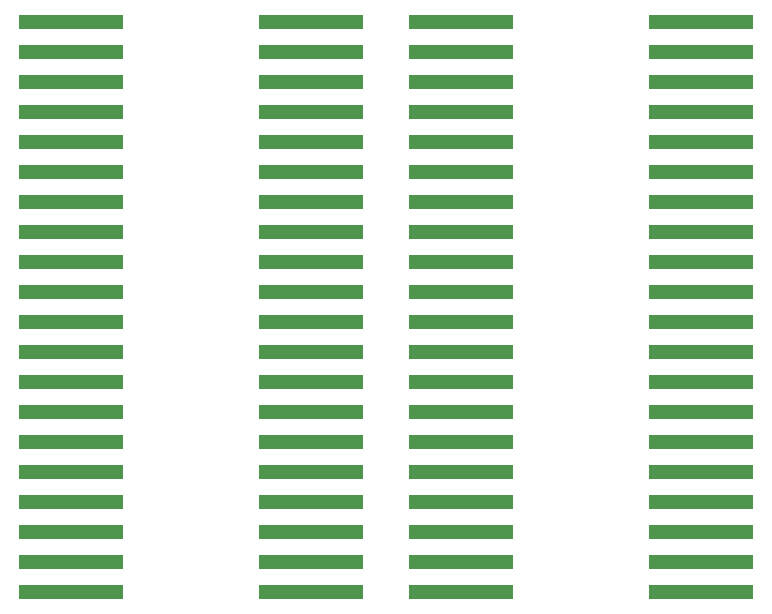
<source format=gtp>
G75*
%MOIN*%
%OFA0B0*%
%FSLAX25Y25*%
%IPPOS*%
%LPD*%
%AMOC8*
5,1,8,0,0,1.08239X$1,22.5*
%
%ADD10R,0.35000X0.05000*%
D10*
X0063125Y0103650D03*
X0063125Y0113650D03*
X0063125Y0123650D03*
X0063125Y0133650D03*
X0063125Y0143650D03*
X0063125Y0153650D03*
X0063125Y0163650D03*
X0063125Y0173650D03*
X0063125Y0183650D03*
X0063125Y0193650D03*
X0063125Y0203650D03*
X0063125Y0213650D03*
X0063125Y0223650D03*
X0063125Y0233650D03*
X0063125Y0243650D03*
X0063125Y0253650D03*
X0063125Y0263650D03*
X0063125Y0273650D03*
X0063125Y0283650D03*
X0063125Y0293650D03*
X0143125Y0293650D03*
X0143125Y0283650D03*
X0143125Y0273650D03*
X0143125Y0263650D03*
X0143125Y0253650D03*
X0143125Y0243650D03*
X0143125Y0233650D03*
X0143125Y0223650D03*
X0143125Y0213650D03*
X0143125Y0203650D03*
X0143125Y0193650D03*
X0143125Y0183650D03*
X0143125Y0173650D03*
X0143125Y0163650D03*
X0143125Y0153650D03*
X0143125Y0143650D03*
X0143125Y0133650D03*
X0143125Y0123650D03*
X0143125Y0113650D03*
X0143125Y0103650D03*
X0193125Y0103650D03*
X0193125Y0113650D03*
X0193125Y0123650D03*
X0193125Y0133650D03*
X0193125Y0143650D03*
X0193125Y0153650D03*
X0193125Y0163650D03*
X0193125Y0173650D03*
X0193125Y0183650D03*
X0193125Y0193650D03*
X0193125Y0203650D03*
X0193125Y0213650D03*
X0193125Y0223650D03*
X0193125Y0233650D03*
X0193125Y0243650D03*
X0193125Y0253650D03*
X0193125Y0263650D03*
X0193125Y0273650D03*
X0193125Y0283650D03*
X0193125Y0293650D03*
X0273125Y0293650D03*
X0273125Y0283650D03*
X0273125Y0273650D03*
X0273125Y0263650D03*
X0273125Y0253650D03*
X0273125Y0243650D03*
X0273125Y0233650D03*
X0273125Y0223650D03*
X0273125Y0213650D03*
X0273125Y0203650D03*
X0273125Y0193650D03*
X0273125Y0183650D03*
X0273125Y0173650D03*
X0273125Y0163650D03*
X0273125Y0153650D03*
X0273125Y0143650D03*
X0273125Y0133650D03*
X0273125Y0123650D03*
X0273125Y0113650D03*
X0273125Y0103650D03*
M02*

</source>
